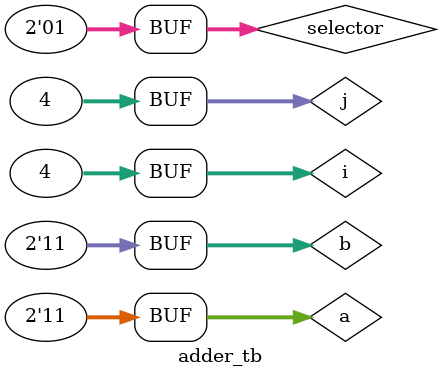
<source format=sv>
`timescale 1ns / 1ps

module adder #(parameter bus = 4)(
	input [bus-1:0] a, b,
	input logic [1:0] selector,

	output logic [bus-1:0] result,
	output logic overflow, zero, negative, carry_out
	);

// -------------------------------------------------- add
logic operation;
assign operation = selector == 2'b0 ? 1'b0 : 1'b1;
// -------------------------------------------------- flags
logic same_sign, sign;
// overflow
assign same_sign = ~(a[bus-1] ^ b[bus-1]);	// same signs verification
assign sign = a[bus-1] ^ result[bus-1];	// sign change verification
assign overflow = same_sign & sign;
// zero
assign zero = result == {bus{1'b0}};
// negative
assign negative = result[bus-1];

mux_2 #(bus+1) mux_adder (
	.d0({1'b0, a + b}), 	// add
	.d1({1'b0, a - b}), 	// sub

	.selector(operation),
	.out({carry_out, result}));

endmodule

// --------------------------------------------------

module adder_tb;
	localparam period = 10;
	parameter bus = 2;
	integer i, j;

	logic [bus-1:0] a;
	logic [bus-1:0] b;
	logic [1:0] selector;

	logic [bus-1:0] result;
	logic overflow, zero, negative, carry_out;

	adder #(bus) UUT (a, b, selector, result, overflow, zero, negative, carry_out);

	initial begin
		selector = 2'd0; // add
		for (i=0; i<(2**bus); i++) begin
			a = i;
			for (j=0; j<(2**bus); j++) begin
				b = j; #period;
			end
		end

		selector = 2'd1; // sub
		for (i=0; i<(2**bus); i++) begin
			a = i;
			for (j=0; j<(2**bus); j++) begin
				b = j; #period;
			end
		end
	end

endmodule
</source>
